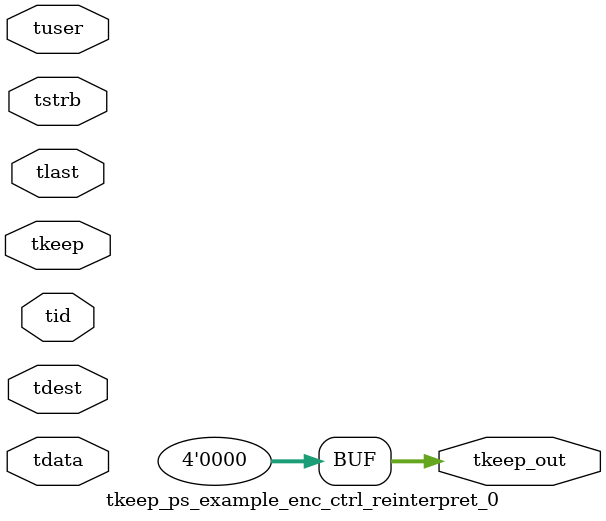
<source format=v>


`timescale 1ps/1ps

module tkeep_ps_example_enc_ctrl_reinterpret_0 #
(
parameter C_S_AXIS_TDATA_WIDTH = 32,
parameter C_S_AXIS_TUSER_WIDTH = 0,
parameter C_S_AXIS_TID_WIDTH   = 0,
parameter C_S_AXIS_TDEST_WIDTH = 0,
parameter C_M_AXIS_TDATA_WIDTH = 32
)
(
input  [(C_S_AXIS_TDATA_WIDTH == 0 ? 1 : C_S_AXIS_TDATA_WIDTH)-1:0     ] tdata,
input  [(C_S_AXIS_TUSER_WIDTH == 0 ? 1 : C_S_AXIS_TUSER_WIDTH)-1:0     ] tuser,
input  [(C_S_AXIS_TID_WIDTH   == 0 ? 1 : C_S_AXIS_TID_WIDTH)-1:0       ] tid,
input  [(C_S_AXIS_TDEST_WIDTH == 0 ? 1 : C_S_AXIS_TDEST_WIDTH)-1:0     ] tdest,
input  [(C_S_AXIS_TDATA_WIDTH/8)-1:0 ] tkeep,
input  [(C_S_AXIS_TDATA_WIDTH/8)-1:0 ] tstrb,
input                                                                    tlast,
output [(C_M_AXIS_TDATA_WIDTH/8)-1:0 ] tkeep_out
);

assign tkeep_out = {1'b0};

endmodule


</source>
